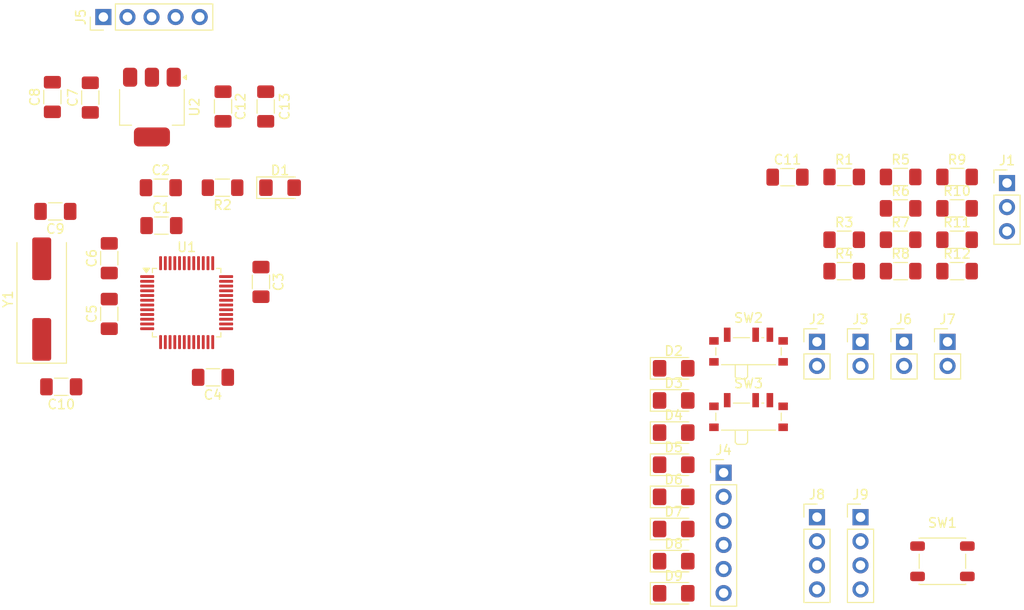
<source format=kicad_pcb>
(kicad_pcb (version 20241229) (generator "pcbnew") (generator_version "9.0")
  (layers (0 "F.Cu" signal) (2 "B.Cu" signal) (13 "F.Paste" user) (15 "B.Paste" user) (5 "F.SilkS" user "F.Silkscreen") (7 "B.SilkS" user "B.Silkscreen") (1 "F.Mask" user) (3 "B.Mask" user) (25 "Edge.Cuts" user))
  (net 0 "")
  (net 1 "+3.3V")
  (net 2 "GND")
  (net 3 "/5V_IN")
  (net 4 "/HSE_IN")
  (net 5 "/HSE_OUT")
  (net 6 "/NRST")
  (net 7 "Net-(SW3-A)")
  (net 8 "Net-(D1-A)")
  (net 9 "/LED0")
  (net 10 "Net-(D2-K)")
  (net 11 "/LED1")
  (net 12 "Net-(D3-K)")
  (net 13 "Net-(D4-K)")
  (net 14 "/LED2")
  (net 15 "Net-(D5-K)")
  (net 16 "/LED3")
  (net 17 "/LED4")
  (net 18 "Net-(D6-K)")
  (net 19 "Net-(D7-K)")
  (net 20 "/LED5")
  (net 21 "Net-(D8-K)")
  (net 22 "/LED6")
  (net 23 "/LED7")
  (net 24 "Net-(D9-K)")
  (net 25 "/PC14")
  (net 26 "/PC15")
  (net 27 "/PC13")
  (net 28 "/MISO")
  (net 29 "/MOSI")
  (net 30 "/CS")
  (net 31 "/CLK")
  (net 32 "/SWDCLK")
  (net 33 "/SWDIO")
  (net 34 "/3.3V_IN")
  (net 35 "/SDA")
  (net 36 "/SCL")
  (net 37 "/TX")
  (net 38 "/RX")
  (net 39 "Net-(SW2-B)")
  (net 40 "/BOOT")
  (footprint "Resistor_SMD:R_1206_3216Metric_Pad1.30x1.75mm_HandSolder" (layer "F.Cu") (at 165.465 85.3)
    (property "Reference" "R8" (at 0 -1.83 0) (layer "F.SilkS"))
    (property "Value" "1.5K")
    (fp_line (start -0.727064 -0.91) (end 0.727064 -0.91) (stroke (width 0.12)) (layer "F.SilkS"))
    (fp_line (start -0.727064 0.91) (end 0.727064 0.91) (stroke (width 0.12)) (layer "F.SilkS"))
    (pad "1" smd roundrect (at -1.55 0) (size 1.3 1.75) (layers "F.Cu" "F.Mask" "F.Paste") (roundrect_rratio 0.192308) (net 15 "Net-(D5-K)"))
    (pad "2" smd roundrect (at 1.55 0) (size 1.3 1.75) (layers "F.Cu" "F.Mask" "F.Paste") (roundrect_rratio 0.192308) (net 2 "GND"))
  )
  (footprint "Resistor_SMD:R_1206_3216Metric_Pad1.30x1.75mm_HandSolder" (layer "F.Cu") (at 165.465 81.99)
    (property "Reference" "R7" (at 0 -1.83 0) (layer "F.SilkS"))
    (property "Value" "1.5K")
    (fp_line (start -0.727064 -0.91) (end 0.727064 -0.91) (stroke (width 0.12)) (layer "F.SilkS"))
    (fp_line (start -0.727064 0.91) (end 0.727064 0.91) (stroke (width 0.12)) (layer "F.SilkS"))
    (pad "1" smd roundrect (at -1.55 0) (size 1.3 1.75) (layers "F.Cu" "F.Mask" "F.Paste") (roundrect_rratio 0.192308) (net 13 "Net-(D4-K)"))
    (pad "2" smd roundrect (at 1.55 0) (size 1.3 1.75) (layers "F.Cu" "F.Mask" "F.Paste") (roundrect_rratio 0.192308) (net 2 "GND"))
  )
  (footprint "Connector_PinHeader_2.54mm:PinHeader_1x04_P2.54mm_Vertical" (layer "F.Cu") (at 156.645 111.25)
    (property "Reference" "J8" (at 0 -2.38 0) (layer "F.SilkS"))
    (property "Value" "I2C2")
    (fp_line (start -1.38 -1.38) (end 0 -1.38) (stroke (width 0.12)) (layer "F.SilkS"))
    (fp_line (start -1.38 0) (end -1.38 -1.38) (stroke (width 0.12)) (layer "F.SilkS"))
    (fp_line (start -1.38 1.27) (end -1.38 9) (stroke (width 0.12)) (layer "F.SilkS"))
    (fp_line (start -1.38 1.27) (end 1.38 1.27) (stroke (width 0.12)) (layer "F.SilkS"))
    (fp_line (start -1.38 9) (end 1.38 9) (stroke (width 0.12)) (layer "F.SilkS"))
    (fp_line (start 1.38 1.27) (end 1.38 9) (stroke (width 0.12)) (layer "F.SilkS"))
    (pad "1" thru_hole rect (at 0 0) (size 1.7 1.7) (drill 1) (layers "*.Cu" "*.Mask") (net 1 "+3.3V"))
    (pad "2" thru_hole circle (at 0 2.54) (size 1.7 1.7) (drill 1) (layers "*.Cu" "*.Mask") (net 36 "/SCL"))
    (pad "3" thru_hole circle (at 0 5.08) (size 1.7 1.7) (drill 1) (layers "*.Cu" "*.Mask") (net 35 "/SDA"))
    (pad "4" thru_hole circle (at 0 7.62) (size 1.7 1.7) (drill 1) (layers "*.Cu" "*.Mask") (net 2 "GND"))
  )
  (footprint "Capacitor_SMD:C_1206_3216Metric_Pad1.33x1.80mm_HandSolder" (layer "F.Cu") (at 82 83.9375 90)
    (property "Reference" "C6" (at 0 -1.85 90) (layer "F.SilkS"))
    (property "Value" "100n")
    (fp_line (start -0.711252 -0.91) (end 0.711252 -0.91) (stroke (width 0.12)) (layer "F.SilkS"))
    (fp_line (start -0.711252 0.91) (end 0.711252 0.91) (stroke (width 0.12)) (layer "F.SilkS"))
    (pad "1" smd roundrect (at -1.5625 0 90) (size 1.325 1.8) (layers "F.Cu" "F.Mask" "F.Paste") (roundrect_rratio 0.188679) (net 1 "+3.3V"))
    (pad "2" smd roundrect (at 1.5625 0 90) (size 1.325 1.8) (layers "F.Cu" "F.Mask" "F.Paste") (roundrect_rratio 0.188679) (net 2 "GND"))
  )
  (footprint "Capacitor_SMD:C_1206_3216Metric_Pad1.33x1.80mm_HandSolder" (layer "F.Cu") (at 87.5 80.5)
    (property "Reference" "C1" (at 0 -1.85 0) (layer "F.SilkS"))
    (property "Value" "100n")
    (fp_line (start -0.711252 -0.91) (end 0.711252 -0.91) (stroke (width 0.12)) (layer "F.SilkS"))
    (fp_line (start -0.711252 0.91) (end 0.711252 0.91) (stroke (width 0.12)) (layer "F.SilkS"))
    (pad "1" smd roundrect (at -1.5625 0) (size 1.325 1.8) (layers "F.Cu" "F.Mask" "F.Paste") (roundrect_rratio 0.188679) (net 1 "+3.3V"))
    (pad "2" smd roundrect (at 1.5625 0) (size 1.325 1.8) (layers "F.Cu" "F.Mask" "F.Paste") (roundrect_rratio 0.188679) (net 2 "GND"))
  )
  (footprint "LED_SMD:LED_1206_3216Metric_Pad1.42x1.75mm_HandSolder" (layer "F.Cu") (at 141.53 109.11)
    (property "Reference" "D6" (at 0 -1.83 0) (layer "F.SilkS"))
    (property "Value" "LED")
    (fp_line (start -2.46 -1.135) (end -2.46 1.135) (stroke (width 0.12)) (layer "F.SilkS"))
    (fp_line (start -2.46 1.135) (end 1.6 1.135) (stroke (width 0.12)) (layer "F.SilkS"))
    (fp_line (start 1.6 -1.135) (end -2.46 -1.135) (stroke (width 0.12)) (layer "F.SilkS"))
    (pad "1" smd roundrect (at -1.4875 0) (size 1.425 1.75) (layers "F.Cu" "F.Mask" "F.Paste") (roundrect_rratio 0.175439) (net 18 "Net-(D6-K)"))
    (pad "2" smd roundrect (at 1.4875 0) (size 1.425 1.75) (layers "F.Cu" "F.Mask" "F.Paste") (roundrect_rratio 0.175439) (net 17 "/LED4"))
  )
  (footprint "Capacitor_SMD:C_1206_3216Metric_Pad1.33x1.80mm_HandSolder" (layer "F.Cu") (at 92.9375 96.5 180)
    (property "Reference" "C4" (at 0 -1.85 0) (layer "F.SilkS"))
    (property "Value" "100n")
    (fp_line (start -0.711252 0.91) (end 0.711252 0.91) (stroke (width 0.12)) (layer "F.SilkS"))
    (fp_line (start -0.711252 -0.91) (end 0.711252 -0.91) (stroke (width 0.12)) (layer "F.SilkS"))
    (pad "1" smd roundrect (at -1.5625 0 180) (size 1.325 1.8) (layers "F.Cu" "F.Mask" "F.Paste") (roundrect_rratio 0.188679) (net 1 "+3.3V"))
    (pad "2" smd roundrect (at 1.5625 0 180) (size 1.325 1.8) (layers "F.Cu" "F.Mask" "F.Paste") (roundrect_rratio 0.188679) (net 2 "GND"))
  )
  (footprint "Resistor_SMD:R_1206_3216Metric_Pad1.30x1.75mm_HandSolder" (layer "F.Cu") (at 171.415 85.3)
    (property "Reference" "R12" (at 0 -1.83 0) (layer "F.SilkS"))
    (property "Value" "1.5K")
    (fp_line (start -0.727064 -0.91) (end 0.727064 -0.91) (stroke (width 0.12)) (layer "F.SilkS"))
    (fp_line (start -0.727064 0.91) (end 0.727064 0.91) (stroke (width 0.12)) (layer "F.SilkS"))
    (pad "1" smd roundrect (at -1.55 0) (size 1.3 1.75) (layers "F.Cu" "F.Mask" "F.Paste") (roundrect_rratio 0.192308) (net 24 "Net-(D9-K)"))
    (pad "2" smd roundrect (at 1.55 0) (size 1.3 1.75) (layers "F.Cu" "F.Mask" "F.Paste") (roundrect_rratio 0.192308) (net 2 "GND"))
  )
  (footprint "LED_SMD:LED_1206_3216Metric_Pad1.42x1.75mm_HandSolder" (layer "F.Cu") (at 141.53 95.55)
    (property "Reference" "D2" (at 0 -1.83 0) (layer "F.SilkS"))
    (property "Value" "LED")
    (fp_line (start -2.46 -1.135) (end -2.46 1.135) (stroke (width 0.12)) (layer "F.SilkS"))
    (fp_line (start -2.46 1.135) (end 1.6 1.135) (stroke (width 0.12)) (layer "F.SilkS"))
    (fp_line (start 1.6 -1.135) (end -2.46 -1.135) (stroke (width 0.12)) (layer "F.SilkS"))
    (pad "1" smd roundrect (at -1.4875 0) (size 1.425 1.75) (layers "F.Cu" "F.Mask" "F.Paste") (roundrect_rratio 0.175439) (net 10 "Net-(D2-K)"))
    (pad "2" smd roundrect (at 1.4875 0) (size 1.425 1.75) (layers "F.Cu" "F.Mask" "F.Paste") (roundrect_rratio 0.175439) (net 9 "/LED0"))
  )
  (footprint "Capacitor_SMD:C_1206_3216Metric_Pad1.33x1.80mm_HandSolder" (layer "F.Cu") (at 98 86.4375 -90)
    (property "Reference" "C3" (at 0 -1.85 90) (layer "F.SilkS"))
    (property "Value" "100n")
    (fp_line (start -0.711252 0.91) (end 0.711252 0.91) (stroke (width 0.12)) (layer "F.SilkS"))
    (fp_line (start -0.711252 -0.91) (end 0.711252 -0.91) (stroke (width 0.12)) (layer "F.SilkS"))
    (pad "1" smd roundrect (at -1.5625 0 270) (size 1.325 1.8) (layers "F.Cu" "F.Mask" "F.Paste") (roundrect_rratio 0.188679) (net 1 "+3.3V"))
    (pad "2" smd roundrect (at 1.5625 0 270) (size 1.325 1.8) (layers "F.Cu" "F.Mask" "F.Paste") (roundrect_rratio 0.188679) (net 2 "GND"))
  )
  (footprint "Button_Switch_SMD:SW_SPDT_PCM12" (layer "F.Cu") (at 149.425 93.44)
    (property "Reference" "SW2" (at 0 -3.2 0) (layer "F.SilkS"))
    (property "Value" "SW_SPDT")
    (fp_line (start -3.45 -0.07) (end -3.45 0.72) (stroke (width 0.12)) (layer "F.SilkS"))
    (fp_line (start -2.85 1.73) (end 2.85 1.73) (stroke (width 0.12)) (layer "F.SilkS"))
    (fp_line (start -1.6 -1.12) (end 0.1 -1.12) (stroke (width 0.12)) (layer "F.SilkS"))
    (fp_line (start -1.4 1.73) (end -1.4 3.02) (stroke (width 0.12)) (layer "F.SilkS"))
    (fp_line (start -1.4 3.02) (end -1.2 3.23) (stroke (width 0.12)) (layer "F.SilkS"))
    (fp_line (start -1.2 3.23) (end -0.3 3.23) (stroke (width 0.12)) (layer "F.SilkS"))
    (fp_line (start -0.1 3.02) (end -0.3 3.23) (stroke (width 0.12)) (layer "F.SilkS"))
    (fp_line (start -0.1 3.02) (end -0.1 1.73) (stroke (width 0.12)) (layer "F.SilkS"))
    (fp_line (start 1.4 -1.12) (end 1.6 -1.12) (stroke (width 0.12)) (layer "F.SilkS"))
    (fp_line (start 3.45 0.72) (end 3.45 -0.07) (stroke (width 0.12)) (layer "F.SilkS"))
    (pad "" smd rect (at -3.65 -0.78) (size 1 0.8) (layers "F.Cu" "F.Mask" "F.Paste"))
    (pad "" smd rect (at -3.65 1.43) (size 1 0.8) (layers "F.Cu" "F.Mask" "F.Paste"))
    (pad "" np_thru_hole circle (at -1.5 0.33) (size 0.9 0.9) (drill 0.9) (layers "*.Cu" "*.Mask"))
    (pad "" np_thru_hole circle (at 1.5 0.33) (size 0.9 0.9) (drill 0.9) (layers "*.Cu" "*.Mask"))
    (pad "" smd rect (at 3.65 -0.78) (size 1 0.8) (layers "F.Cu" "F.Mask" "F.Paste"))
    (pad "" smd rect (at 3.65 1.43) (size 1 0.8) (layers "F.Cu" "F.Mask" "F.Paste"))
    (pad "1" smd rect (at -2.25 -1.43) (size 0.7 1.5) (layers "F.Cu" "F.Mask" "F.Paste") (net 1 "+3.3V"))
    (pad "2" smd rect (at 0.75 -1.43) (size 0.7 1.5) (layers "F.Cu" "F.Mask" "F.Paste") (net 39 "Net-(SW2-B)"))
    (pad "3" smd rect (at 2.25 -1.43) (size 0.7 1.5) (layers "F.Cu" "F.Mask" "F.Paste") (net 2 "GND"))
  )
  (footprint "Connector_PinHeader_2.54mm:PinHeader_1x04_P2.54mm_Vertical" (layer "F.Cu") (at 161.235 111.25)
    (property "Reference" "J9" (at 0 -2.38 0) (layer "F.SilkS"))
    (property "Value" "USART1")
    (fp_line (start -1.38 -1.38) (end 0 -1.38) (stroke (width 0.12)) (layer "F.SilkS"))
    (fp_line (start -1.38 0) (end -1.38 -1.38) (stroke (width 0.12)) (layer "F.SilkS"))
    (fp_line (start -1.38 1.27) (end -1.38 9) (stroke (width 0.12)) (layer "F.SilkS"))
    (fp_line (start -1.38 1.27) (end 1.38 1.27) (stroke (width 0.12)) (layer "F.SilkS"))
    (fp_line (start -1.38 9) (end 1.38 9) (stroke (width 0.12)) (layer "F.SilkS"))
    (fp_line (start 1.38 1.27) (end 1.38 9) (stroke (width 0.12)) (layer "F.SilkS"))
    (pad "1" thru_hole rect (at 0 0) (size 1.7 1.7) (drill 1) (layers "*.Cu" "*.Mask") (net 1 "+3.3V"))
    (pad "2" thru_hole circle (at 0 2.54) (size 1.7 1.7) (drill 1) (layers "*.Cu" "*.Mask") (net 38 "/RX"))
    (pad "3" thru_hole circle (at 0 5.08) (size 1.7 1.7) (drill 1) (layers "*.Cu" "*.Mask") (net 37 "/TX"))
    (pad "4" thru_hole circle (at 0 7.62) (size 1.7 1.7) (drill 1) (layers "*.Cu" "*.Mask") (net 2 "GND"))
  )
  (footprint "LED_SMD:LED_1206_3216Metric_Pad1.42x1.75mm_HandSolder" (layer "F.Cu") (at 141.53 115.89)
    (property "Reference" "D8" (at 0 -1.83 0) (layer "F.SilkS"))
    (property "Value" "LED")
    (fp_line (start -2.46 -1.135) (end -2.46 1.135) (stroke (width 0.12)) (layer "F.SilkS"))
    (fp_line (start -2.46 1.135) (end 1.6 1.135) (stroke (width 0.12)) (layer "F.SilkS"))
    (fp_line (start 1.6 -1.135) (end -2.46 -1.135) (stroke (width 0.12)) (layer "F.SilkS"))
    (pad "1" smd roundrect (at -1.4875 0) (size 1.425 1.75) (layers "F.Cu" "F.Mask" "F.Paste") (roundrect_rratio 0.175439) (net 21 "Net-(D8-K)"))
    (pad "2" smd roundrect (at 1.4875 0) (size 1.425 1.75) (layers "F.Cu" "F.Mask" "F.Paste") (roundrect_rratio 0.175439) (net 22 "/LED6"))
  )
  (footprint "Connector_PinHeader_2.54mm:PinHeader_1x02_P2.54mm_Vertical" (layer "F.Cu") (at 170.415 92.76)
    (property "Reference" "J7" (at 0 -2.38 0) (layer "F.SilkS"))
    (property "Value" "5V Power")
    (fp_line (start -1.38 -1.38) (end 0 -1.38) (stroke (width 0.12)) (layer "F.SilkS"))
    (fp_line (start -1.38 0) (end -1.38 -1.38) (stroke (width 0.12)) (layer "F.SilkS"))
    (fp_line (start -1.38 1.27) (end -1.38 3.92) (stroke (width 0.12)) (layer "F.SilkS"))
    (fp_line (start -1.38 1.27) (end 1.38 1.27) (stroke (width 0.12)) (layer "F.SilkS"))
    (fp_line (start -1.38 3.92) (end 1.38 3.92) (stroke (width 0.12)) (layer "F.SilkS"))
    (fp_line (start 1.38 1.27) (end 1.38 3.92) (stroke (width 0.12)) (layer "F.SilkS"))
    (pad "1" thru_hole rect (at 0 0) (size 1.7 1.7) (drill 1) (layers "*.Cu" "*.Mask") (net 3 "/5V_IN"))
    (pad "2" thru_hole circle (at 0 2.54) (size 1.7 1.7) (drill 1) (layers "*.Cu" "*.Mask") (net 2 "GND"))
  )
  (footprint "LED_SMD:LED_1206_3216Metric_Pad1.42x1.75mm_HandSolder" (layer "F.Cu") (at 100.0125 76.5)
    (property "Reference" "D1" (at 0 -1.83 0) (layer "F.SilkS"))
    (property "Value" "LED")
    (fp_line (start -2.46 -1.135) (end -2.46 1.135) (stroke (width 0.12)) (layer "F.SilkS"))
    (fp_line (start -2.46 1.135) (end 1.6 1.135) (stroke (width 0.12)) (layer "F.SilkS"))
    (fp_line (start 1.6 -1.135) (end -2.46 -1.135) (stroke (width 0.12)) (layer "F.SilkS"))
    (pad "1" smd roundrect (at -1.4875 0) (size 1.425 1.75) (layers "F.Cu" "F.Mask" "F.Paste") (roundrect_rratio 0.175439) (net 2 "GND"))
    (pad "2" smd roundrect (at 1.4875 0) (size 1.425 1.75) (layers "F.Cu" "F.Mask" "F.Paste") (roundrect_rratio 0.175439) (net 8 "Net-(D1-A)"))
  )
  (footprint "LED_SMD:LED_1206_3216Metric_Pad1.42x1.75mm_HandSolder" (layer "F.Cu") (at 141.53 98.94)
    (property "Reference" "D3" (at 0 -1.83 0) (layer "F.SilkS"))
    (property "Value" "LED")
    (fp_line (start -2.46 -1.135) (end -2.46 1.135) (stroke (width 0.12)) (layer "F.SilkS"))
    (fp_line (start -2.46 1.135) (end 1.6 1.135) (stroke (width 0.12)) (layer "F.SilkS"))
    (fp_line (start 1.6 -1.135) (end -2.46 -1.135) (stroke (width 0.12)) (layer "F.SilkS"))
    (pad "1" smd roundrect (at -1.4875 0) (size 1.425 1.75) (layers "F.Cu" "F.Mask" "F.Paste") (roundrect_rratio 0.175439) (net 12 "Net-(D3-K)"))
    (pad "2" smd roundrect (at 1.4875 0) (size 1.425 1.75) (layers "F.Cu" "F.Mask" "F.Paste") (roundrect_rratio 0.175439) (net 11 "/LED1"))
  )
  (footprint "Resistor_SMD:R_1206_3216Metric_Pad1.30x1.75mm_HandSolder" (layer "F.Cu") (at 165.465 75.37)
    (property "Reference" "R5" (at 0 -1.83 0) (layer "F.SilkS"))
    (property "Value" "1.5K")
    (fp_line (start -0.727064 -0.91) (end 0.727064 -0.91) (stroke (width 0.12)) (layer "F.SilkS"))
    (fp_line (start -0.727064 0.91) (end 0.727064 0.91) (stroke (width 0.12)) (layer "F.SilkS"))
    (pad "1" smd roundrect (at -1.55 0) (size 1.3 1.75) (layers "F.Cu" "F.Mask" "F.Paste") (roundrect_rratio 0.192308) (net 10 "Net-(D2-K)"))
    (pad "2" smd roundrect (at 1.55 0) (size 1.3 1.75) (layers "F.Cu" "F.Mask" "F.Paste") (roundrect_rratio 0.192308) (net 2 "GND"))
  )
  (footprint "Package_TO_SOT_SMD:SOT-223-3_TabPin2" (layer "F.Cu") (at 86.5 68 -90)
    (property "Reference" "U2" (at 0 -4.5 90) (layer "F.SilkS"))
    (property "Value" "AMS1117-3.3")
    (fp_line (start -1.85 3.41) (end 1.91 3.41) (stroke (width 0.12)) (layer "F.SilkS"))
    (fp_line (start 1.91 3.41) (end 1.91 2.15) (stroke (width 0.12)) (layer "F.SilkS"))
    (fp_line (start -1.85 -3.41) (end 1.91 -3.41) (stroke (width 0.12)) (layer "F.SilkS"))
    (fp_line (start 1.91 -3.41) (end 1.91 -2.15) (stroke (width 0.12)) (layer "F.SilkS"))
    (fp_poly (pts (xy -3.13 -3.31) (xy -3.37 -3.64) (xy -2.89 -3.64) (xy -3.13 -3.31)) (stroke (width 0.12)) (fill yes) (layer "F.SilkS"))
    (pad "1" smd roundrect (at -3.15 -2.3 270) (size 2 1.5) (layers "F.Cu" "F.Mask" "F.Paste") (net 2 "GND"))
    (pad "2" smd roundrect (at -3.15 0 270) (size 2 1.5) (layers "F.Cu" "F.Mask" "F.Paste") (net 7 "Net-(SW3-A)"))
    (pad "2" smd roundrect (at 3.15 0 270) (size 2 3.8) (layers "F.Cu" "F.Mask" "F.Paste") (net 7 "Net-(SW3-A)"))
    (pad "3" smd roundrect (at -3.15 2.3 270) (size 2 1.5) (layers "F.Cu" "F.Mask" "F.Paste") (net 3 "/5V_IN"))
  )
  (footprint "Capacitor_SMD:C_1206_3216Metric_Pad1.33x1.80mm_HandSolder" (layer "F.Cu") (at 98.5 67.9375 90)
    (property "Reference" "C13" (at 0 2 90) (layer "F.SilkS"))
    (property "Value" "100n")
    (fp_line (start -0.711252 -0.91) (end 0.711252 -0.91) (stroke (width 0.12)) (layer "F.SilkS"))
    (fp_line (start -0.711252 0.91) (end 0.711252 0.91) (stroke (width 0.12)) (layer "F.SilkS"))
    (pad "1" smd roundrect (at -1.5625 0 90) (size 1.325 1.8) (layers "F.Cu" "F.Mask" "F.Paste") (roundrect_rratio 0.188679) (net 7 "Net-(SW3-A)"))
    (pad "2" smd roundrect (at 1.5625 0 90) (size 1.325 1.8) (layers "F.Cu" "F.Mask" "F.Paste") (roundrect_rratio 0.188679) (net 2 "GND"))
  )
  (footprint "Resistor_SMD:R_1206_3216Metric_Pad1.30x1.75mm_HandSolder" (layer "F.Cu") (at 171.415 75.37)
    (property "Reference" "R9" (at 0 -1.83 0) (layer "F.SilkS"))
    (property "Value" "1.5K")
    (fp_line (start -0.727064 -0.91) (end 0.727064 -0.91) (stroke (width 0.12)) (layer "F.SilkS"))
    (fp_line (start -0.727064 0.91) (end 0.727064 0.91) (stroke (width 0.12)) (layer "F.SilkS"))
    (pad "1" smd roundrect (at -1.55 0) (size 1.3 1.75) (layers "F.Cu" "F.Mask" "F.Paste") (roundrect_rratio 0.192308) (net 18 "Net-(D6-K)"))
    (pad "2" smd roundrect (at 1.55 0) (size 1.3 1.75) (layers "F.Cu" "F.Mask" "F.Paste") (roundrect_rratio 0.192308) (net 2 "GND"))
  )
  (footprint "Button_Switch_SMD:SW_SPDT_PCM12" (layer "F.Cu") (at 149.425 100.34)
    (property "Reference" "SW3" (at 0 -3.2 0) (layer "F.SilkS"))
    (property "Value" "SW_SPDT")
    (fp_line (start -3.45 -0.07) (end -3.45 0.72) (stroke (width 0.12)) (layer "F.SilkS"))
    (fp_line (start -2.85 1.73) (end 2.85 1.73) (stroke (width 0.12)) (layer "F.SilkS"))
    (fp_line (start -1.6 -1.12) (end 0.1 -1.12) (stroke (width 0.12)) (layer "F.SilkS"))
    (fp_line (start -1.4 1.73) (end -1.4 3.02) (stroke (width 0.12)) (layer "F.SilkS"))
    (fp_line (start -1.4 3.02) (end -1.2 3.23) (stroke (width 0.12)) (layer "F.SilkS"))
    (fp_line (start -1.2 3.23) (end -0.3 3.23) (stroke (width 0.12)) (layer "F.SilkS"))
    (fp_line (start -0.1 3.02) (end -0.3 3.23) (stroke (width 0.12)) (layer "F.SilkS"))
    (fp_line (start -0.1 3.02) (end -0.1 1.73) (stroke (width 0.12)) (layer "F.SilkS"))
    (fp_line (start 1.4 -1.12) (end 1.6 -1.12) (stroke (width 0.12)) (layer "F.SilkS"))
    (fp_line (start 3.45 0.72) (end 3.45 -0.07) (stroke (width 0.12)) (layer "F.SilkS"))
    (pad "" smd rect (at -3.65 -0.78) (size 1 0.8) (layers "F.Cu" "F.Mask" "F.Paste"))
    (pad "" smd rect (at -3.65 1.43) (size 1 0.8) (layers "F.Cu" "F.Mask" "F.Paste"))
    (pad "" np_thru_hole circle (at -1.5 0.33) (size 0.9 0.9) (drill 0.9) (layers "*.Cu" "*.Mask"))
    (pad "" np_thru_hole circle (at 1.5 0.33) (size 0.9 0.9) (drill 0.9) (layers "*.Cu" "*.Mask"))
    (pad "" smd rect (at 3.65 -0.78) (size 1 0.8) (layers "F.Cu" "F.Mask" "F.Paste"))
    (pad "" smd rect (at 3.65 1.43) (size 1 0.8) (layers "F.Cu" "F.Mask" "F.Paste"))
    (pad "1" smd rect (at -2.25 -1.43) (size 0.7 1.5) (layers "F.Cu" "F.Mask" "F.Paste") (net 7 "Net-(SW3-A)"))
    (pad "2" smd rect (at 0.75 -1.43) (size 0.7 1.5) (layers "F.Cu" "F.Mask" "F.Paste") (net 1 "+3.3V"))
    (pad "3" smd rect (at 2.25 -1.43) (size 0.7 1.5) (layers "F.Cu" "F.Mask" "F.Paste") (net 34 "/3.3V_IN"))
  )
  (footprint "Connector_PinHeader_2.54mm:PinHeader_1x02_P2.54mm_Vertical" (layer "F.Cu") (at 161.235 92.76)
    (property "Reference" "J3" (at 0 -2.38 0) (layer "F.SilkS"))
    (property "Value" "3.3V Power")
    (fp_line (start -1.38 -1.38) (end 0 -1.38) (stroke (width 0.12)) (layer "F.SilkS"))
    (fp_line (start -1.38 0) (end -1.38 -1.38) (stroke (width 0.12)) (layer "F.SilkS"))
    (fp_line (start -1.38 1.27) (end -1.38 3.92) (stroke (width 0.12)) (layer "F.SilkS"))
    (fp_line (start -1.38 1.27) (end 1.38 1.27) (stroke (width 0.12)) (layer "F.SilkS"))
    (fp_line (start -1.38 3.92) (end 1.38 3.92) (stroke (width 0.12)) (layer "F.SilkS"))
    (fp_line (start 1.38 1.27) (end 1.38 3.92) (stroke (width 0.12)) (layer "F.SilkS"))
    (pad "1" thru_hole rect (at 0 0) (size 1.7 1.7) (drill 1) (layers "*.Cu" "*.Mask") (net 1 "+3.3V"))
    (pad "2" thru_hole circle (at 0 2.54) (size 1.7 1.7) (drill 1) (layers "*.Cu" "*.Mask") (net 2 "GND"))
  )
  (footprint "Button_Switch_SMD:SW_SPST_PTS647_Sx38" (layer "F.Cu") (at 169.875 115.9)
    (property "Reference" "SW1" (at 0 -4.05 0) (layer "F.SilkS"))
    (property "Value" "SW_Push")
    (fp_line (start -2.45 -2.45) (end -2.45 -2.4) (stroke (width 0.12)) (layer "F.SilkS"))
    (fp_line (start -2.45 -2.45) (end 2.45 -2.45) (stroke (width 0.12)) (layer "F.SilkS"))
    (fp_line (start -2.45 -0.75) (end -2.45 0.75) (stroke (width 0.12)) (layer "F.SilkS"))
    (fp_line (start -2.45 2.45) (end -2.45 2.4) (stroke (width 0.12)) (layer "F.SilkS"))
    (fp_line (start -2.45 2.45) (end 2.45 2.45) (stroke (width 0.12)) (layer "F.SilkS"))
    (fp_line (start 2.45 -2.45) (end 2.45 -2.4) (stroke (width 0.12)) (layer "F.SilkS"))
    (fp_line (start 2.45 -0.75) (end 2.45 0.75) (stroke (width 0.12)) (layer "F.SilkS"))
    (fp_line (start 2.45 2.45) (end 2.45 2.4) (stroke (width 0.12)) (layer "F.SilkS"))
    (pad "1" smd roundrect (at -2.625 -1.6) (size 1.55 1) (layers "F.Cu" "F.Mask" "F.Paste") (net 2 "GND"))
    (pad "1" smd roundrect (at 2.625 -1.6) (size 1.55 1) (layers "F.Cu" "F.Mask" "F.Paste") (net 2 "GND"))
    (pad "2" smd roundrect (at -2.625 1.6) (size 1.55 1) (layers "F.Cu" "F.Mask" "F.Paste") (net 6 "/NRST"))
    (pad "2" smd roundrect (at 2.625 1.6) (size 1.55 1) (layers "F.Cu" "F.Mask" "F.Paste") (net 6 "/NRST"))
  )
  (footprint "Resistor_SMD:R_1206_3216Metric_Pad1.30x1.75mm_HandSolder" (layer "F.Cu") (at 171.415 78.68)
    (property "Reference" "R10" (at 0 -1.83 0) (layer "F.SilkS"))
    (property "Value" "1.5K")
    (fp_line (start -0.727064 -0.91) (end 0.727064 -0.91) (stroke (width 0.12)) (layer "F.SilkS"))
    (fp_line (start -0.727064 0.91) (end 0.727064 0.91) (stroke (width 0.12)) (layer "F.SilkS"))
    (pad "1" smd roundrect (at -1.55 0) (size 1.3 1.75) (layers "F.Cu" "F.Mask" "F.Paste") (roundrect_rratio 0.192308) (net 19 "Net-(D7-K)"))
    (pad "2" smd roundrect (at 1.55 0) (size 1.3 1.75) (layers "F.Cu" "F.Mask" "F.Paste") (roundrect_rratio 0.192308) (net 2 "GND"))
  )
  (footprint "LED_SMD:LED_1206_3216Metric_Pad1.42x1.75mm_HandSolder" (layer "F.Cu") (at 141.53 102.33)
    (property "Reference" "D4" (at 0 -1.83 0) (layer "F.SilkS"))
    (property "Value" "LED")
    (fp_line (start -2.46 -1.135) (end -2.46 1.135) (stroke (width 0.12)) (layer "F.SilkS"))
    (fp_line (start -2.46 1.135) (end 1.6 1.135) (stroke (width 0.12)) (layer "F.SilkS"))
    (fp_line (start 1.6 -1.135) (end -2.46 -1.135) (stroke (width 0.12)) (layer "F.SilkS"))
    (pad "1" smd roundrect (at -1.4875 0) (size 1.425 1.75) (layers "F.Cu" "F.Mask" "F.Paste") (roundrect_rratio 0.175439) (net 13 "Net-(D4-K)"))
    (pad "2" smd roundrect (at 1.4875 0) (size 1.425 1.75) (layers "F.Cu" "F.Mask" "F.Paste") (roundrect_rratio 0.175439) (net 14 "/LED2"))
  )
  (footprint "Capacitor_SMD:C_1206_3216Metric_Pad1.33x1.80mm_HandSolder" (layer "F.Cu") (at 76 66.9375 90)
    (property "Reference" "C8" (at 0 -1.85 90) (layer "F.SilkS"))
    (property "Value" "10u")
    (fp_line (start -0.711252 -0.91) (end 0.711252 -0.91) (stroke (width 0.12)) (layer "F.SilkS"))
    (fp_line (start -0.711252 0.91) (end 0.711252 0.91) (stroke (width 0.12)) (layer "F.SilkS"))
    (pad "1" smd roundrect (at -1.5625 0 90) (size 1.325 1.8) (layers "F.Cu" "F.Mask" "F.Paste") (roundrect_rratio 0.188679) (net 3 "/5V_IN"))
    (pad "2" smd roundrect (at 1.5625 0 90) (size 1.325 1.8) (layers "F.Cu" "F.Mask" "F.Paste") (roundrect_rratio 0.188679) (net 2 "GND"))
  )
  (footprint "Connector_PinHeader_2.54mm:PinHeader_1x03_P2.54mm_Vertical" (layer "F.Cu") (at 176.685 76.01)
    (property "Reference" "J1" (at 0 -2.38 0) (layer "F.SilkS"))
    (property "Value" "GPIO")
    (fp_line (start -1.38 -1.38) (end 0 -1.38) (stroke (width 0.12)) (layer "F.SilkS"))
    (fp_line (start -1.38 0) (end -1.38 -1.38) (stroke (width 0.12)) (layer "F.SilkS"))
    (fp_line (start -1.38 1.27) (end -1.38 6.46) (stroke (width 0.12)) (layer "F.SilkS"))
    (fp_line (start -1.38 1.27) (end 1.38 1.27) (stroke (width 0.12)) (layer "F.SilkS"))
    (fp_line (start -1.38 6.46) (end 1.38 6.46) (stroke (width 0.12)) (layer "F.SilkS"))
    (fp_line (start 1.38 1.27) (end 1.38 6.46) (stroke (width 0.12)) (layer "F.SilkS"))
    (pad "1" thru_hole rect (at 0 0) (size 1.7 1.7) (drill 1) (layers "*.Cu" "*.Mask") (net 27 "/PC13"))
    (pad "2" thru_hole circle (at 0 2.54) (size 1.7 1.7) (drill 1) (layers "*.Cu" "*.Mask") (net 25 "/PC14"))
    (pad "3" thru_hole circle (at 0 5.08) (size 1.7 1.7) (drill 1) (layers "*.Cu" "*.Mask") (net 26 "/PC15"))
  )
  (footprint "Resistor_SMD:R_1206_3216Metric_Pad1.30x1.75mm_HandSolder" (layer "F.Cu") (at 171.415 81.99)
    (property "Reference" "R11" (at 0 -1.83 0) (layer "F.SilkS"))
    (property "Value" "1.5K")
    (fp_line (start -0.727064 -0.91) (end 0.727064 -0.91) (stroke (width 0.12)) (layer "F.SilkS"))
    (fp_line (start -0.727064 0.91) (end 0.727064 0.91) (stroke (width 0.12)) (layer "F.SilkS"))
    (pad "1" smd roundrect (at -1.55 0) (size 1.3 1.75) (layers "F.Cu" "F.Mask" "F.Paste") (roundrect_rratio 0.192308) (net 21 "Net-(D8-K)"))
    (pad "2" smd roundrect (at 1.55 0) (size 1.3 1.75) (layers "F.Cu" "F.Mask" "F.Paste") (roundrect_rratio 0.192308) (net 2 "GND"))
  )
  (footprint "Resistor_SMD:R_1206_3216Metric_Pad1.30x1.75mm_HandSolder" (layer "F.Cu") (at 165.465 78.68)
    (property "Reference" "R6" (at 0 -1.83 0) (layer "F.SilkS"))
    (property "Value" "1.5K")
    (fp_line (start -0.727064 -0.91) (end 0.727064 -0.91) (stroke (width 0.12)) (layer "F.SilkS"))
    (fp_line (start -0.727064 0.91) (end 0.727064 0.91) (stroke (width 0.12)) (layer "F.SilkS"))
    (pad "1" smd roundrect (at -1.55 0) (size 1.3 1.75) (layers "F.Cu" "F.Mask" "F.Paste") (roundrect_rratio 0.192308) (net 12 "Net-(D3-K)"))
    (pad "2" smd roundrect (at 1.55 0) (size 1.3 1.75) (layers "F.Cu" "F.Mask" "F.Paste") (roundrect_rratio 0.192308) (net 2 "GND"))
  )
  (footprint "Resistor_SMD:R_1206_3216Metric_Pad1.30x1.75mm_HandSolder" (layer "F.Cu") (at 159.515 81.99)
    (property "Reference" "R3" (at 0 -1.83 0) (layer "F.SilkS"))
    (property "Value" "R")
    (fp_line (start -0.727064 -0.91) (end 0.727064 -0.91) (stroke (width 0.12)) (layer "F.SilkS"))
    (fp_line (start -0.727064 0.91) (end 0.727064 0.91) (stroke (width 0.12)) (layer "F.SilkS"))
    (pad "1" smd roundrect (at -1.55 0) (size 1.3 1.75) (layers "F.Cu" "F.Mask" "F.Paste") (roundrect_rratio 0.192308) (net 1 "+3.3V"))
    (pad "2" smd roundrect (at 1.55 0) (size 1.3 1.75) (layers "F.Cu" "F.Mask" "F.Paste") (roundrect_rratio 0.192308) (net 36 "/SCL"))
  )
  (footprint "LED_SMD:LED_1206_3216Metric_Pad1.42x1.75mm_HandSolder" (layer "F.Cu") (at 141.53 105.72)
    (property "Reference" "D5" (at 0 -1.83 0) (layer "F.SilkS"))
    (property "Value" "LED")
    (fp_line (start -2.46 -1.135) (end -2.46 1.135) (stroke (width 0.12)) (layer "F.SilkS"))
    (fp_line (start -2.46 1.135) (end 1.6 1.135) (stroke (width 0.12)) (layer "F.SilkS"))
    (fp_line (start 1.6 -1.135) (end -2.46 -1.135) (stroke (width 0.12)) (layer "F.SilkS"))
    (pad "1" smd roundrect (at -1.4875 0) (size 1.425 1.75) (layers "F.Cu" "F.Mask" "F.Paste") (roundrect_rratio 0.175439) (net 15 "Net-(D5-K)"))
    (pad "2" smd roundrect (at 1.4875 0) (size 1.425 1.75) (layers "F.Cu" "F.Mask" "F.Paste") (roundrect_rratio 0.175439) (net 16 "/LED3"))
  )
  (footprint "Resistor_SMD:R_1206_3216Metric_Pad1.30x1.75mm_HandSolder" (layer "F.Cu") (at 93.95 76.5 180)
    (property "Reference" "R2" (at 0 -1.83 0) (layer "F.SilkS"))
    (property "Value" "1.5K")
    (fp_line (start -0.727064 0.91) (end 0.727064 0.91) (stroke (width 0.12)) (layer "F.SilkS"))
    (fp_line (start -0.727064 -0.91) (end 0.727064 -0.91) (stroke (width 0.12)) (layer "F.SilkS"))
    (pad "1" smd roundrect (at -1.55 0 180) (size 1.3 1.75) (layers "F.Cu" "F.Mask" "F.Paste") (roundrect_rratio 0.192308) (net 8 "Net-(D1-A)"))
    (pad "2" smd roundrect (at 1.55 0 180) (size 1.3 1.75) (layers "F.Cu" "F.Mask" "F.Paste") (roundrect_rratio 0.192308) (net 1 "+3.3V"))
  )
  (footprint "Connector_PinHeader_2.54mm:PinHeader_1x06_P2.54mm_Vertical" (layer "F.Cu") (at 146.795 106.56)
    (property "Reference" "J4" (at 0 -2.38 0) (layer "F.SilkS"))
    (property "Value" "SPI2")
    (fp_line (start -1.38 -1.38) (end 0 -1.38) (stroke (width 0.12)) (layer "F.SilkS"))
    (fp_line (start -1.38 0) (end -1.38 -1.38) (stroke (width 0.12)) (layer "F.SilkS"))
    (fp_line (start -1.38 1.27) (end -1.38 14.08) (stroke (width 0.12)) (layer "F.SilkS"))
    (fp_line (start -1.38 1.27) (end 1.38 1.27) (stroke (width 0.12)) (layer "F.SilkS"))
    (fp_line (start -1.38 14.08) (end 1.38 14.08) (stroke (width 0.12)) (layer "F.SilkS"))
    (fp_line (start 1.38 1.27) (end 1.38 14.08) (stroke (width 0.12)) (layer "F.SilkS"))
    (pad "1" thru_hole rect (at 0 0) (size 1.7 1.7) (drill 1) (layers "*.Cu" "*.Mask") (net 1 "+3.3V"))
    (pad "2" thru_hole circle (at 0 2.54) (size 1.7 1.7) (drill 1) (layers "*.Cu" "*.Mask") (net 28 "/MISO"))
    (pad "3" thru_hole circle (at 0 5.08) (size 1.7 1.7) (drill 1) (layers "*.Cu" "*.Mask") (net 29 "/MOSI"))
    (pad "4" thru_hole circle (at 0 7.62) (size 1.7 1.7) (drill 1) (layers "*.Cu" "*.Mask") (net 31 "/CLK"))
    (pad "5" thru_hole circle (at 0 10.16) (size 1.7 1.7) (drill 1) (layers "*.Cu" "*.Mask") (net 30 "/CS"))
    (pad "6" thru_hole circle (at 0 12.7) (size 1.7 1.7) (drill 1) (layers "*.Cu" "*.Mask") (net 2 "GND"))
  )
  (footprint "Capacitor_SMD:C_1206_3216Metric_Pad1.33x1.80mm_HandSolder" (layer "F.Cu") (at 80 67 90)
    (property "Reference" "C7" (at 0 -1.85 90) (layer "F.SilkS"))
    (property "Value" "100n")
    (fp_line (start -0.711252 -0.91) (end 0.711252 -0.91) (stroke (width 0.12)) (layer "F.SilkS"))
    (fp_line (start -0.711252 0.91) (end 0.711252 0.91) (stroke (width 0.12)) (layer "F.SilkS"))
    (pad "1" smd roundrect (at -1.5625 0 90) (size 1.325 1.8) (layers "F.Cu" "F.Mask" "F.Paste") (roundrect_rratio 0.188679) (net 3 "/5V_IN"))
    (pad "2" smd roundrect (at 1.5625 0 90) (size 1.325 1.8) (layers "F.Cu" "F.Mask" "F.Paste") (roundrect_rratio 0.188679) (net 2 "GND"))
  )
  (footprint "Crystal:Crystal_SMD_HC49-SD" (layer "F.Cu") (at 74.875 88.25 90)
    (property "Reference" "Y1" (at 0 -3.55 90) (layer "F.SilkS"))
    (property "Value" "8MHz")
    (fp_line (start 5.96 -2.61) (end -6.76 -2.61) (stroke (width 0.12)) (layer "F.SilkS"))
    (fp_line (start -6.76 -2.61) (end -6.76 2.61) (stroke (width 0.12)) (layer "F.SilkS"))
    (fp_line (start -6.76 2.61) (end 5.96 2.61) (stroke (width 0.12)) (layer "F.SilkS"))
    (pad "1" smd roundrect (at -4.25 0 90) (size 4.5 2) (layers "F.Cu" "F.Mask" "F.Paste") (roundrect_rratio 0.125) (net 5 "/HSE_OUT"))
    (pad "2" smd roundrect (at 4.25 0 90) (size 4.5 2) (layers "F.Cu" "F.Mask" "F.Paste") (roundrect_rratio 0.125) (net 4 "/HSE_IN"))
  )
  (footprint "Connector_PinHeader_2.54mm:PinHeader_1x02_P2.54mm_Vertical" (layer "F.Cu") (at 165.825 92.76)
    (property "Reference" "J6" (at 0 -2.38 0) (layer "F.SilkS"))
    (property "Value" "5V Power")
    (fp_line (start -1.38 -1.38) (end 0 -1.38) (stroke (width 0.12)) (layer "F.SilkS"))
    (fp_line (start -1.38 0) (end -1.38 -1.38) (stroke (width 0.12)) (layer "F.SilkS"))
    (fp_line (start -1.38 1.27) (end -1.38 3.92) (stroke (width 0.12)) (layer "F.SilkS"))
    (fp_line (start -1.38 1.27) (end 1.38 1.27) (stroke (width 0.12)) (layer "F.SilkS"))
    (fp_line (start -1.38 3.92) (end 1.38 3.92) (stroke (width 0.12)) (layer "F.SilkS"))
    (fp_line (start 1.38 1.27) (end 1.38 3.92) (stroke (width 0.12)) (layer "F.SilkS"))
    (pad "1" thru_hole rect (at 0 0) (size 1.7 1.7) (drill 1) (layers "*.Cu" "*.Mask") (net 3 "/5V_IN"))
    (pad "2" thru_hole circle (at 0 2.54) (size 1.7 1.7) (drill 1) (layers "*.Cu" "*.Mask") (net 2 "GND"))
  )
  (footprint "LED_SMD:LED_1206_3216Metric_Pad1.42x1.75mm_HandSolder" (layer "F.Cu") (at 141.53 112.5)
    (property "Reference" "D7" (at 0 -1.83 0) (layer "F.SilkS"))
    (property "Value" "LED")
    (fp_line (start -2.46 -1.135) (end -2.46 1.135) (stroke (width 0.12)) (layer "F.SilkS"))
    (fp_line (start -2.46 1.135) (end 1.6 1.135) (stroke (width 0.12)) (layer "F.SilkS"))
    (fp_line (start 1.6 -1.135) (end -2.46 -1.135) (stroke (width 0.12)) (layer "F.SilkS"))
    (pad "1" smd roundrect (at -1.4875 0) (size 1.425 1.75) (layers "F.Cu" "F.Mask" "F.Paste") (roundrect_rratio 0.175439) (net 19 "Net-(D7-K)"))
    (pad "2" smd roundrect (at 1.4875 0) (size 1.425 1.75) (layers "F.Cu" "F.Mask" "F.Paste") (roundrect_rratio 0.175439) (net 20 "/LED5"))
  )
  (footprint "LED_SMD:LED_1206_3216Metric_Pad1.42x1.75mm_HandSolder" (layer "F.Cu") (at 141.53 119.28)
    (property "Reference" "D9" (at 0 -1.83 0) (layer "F.SilkS"))
    (property "Value" "LED")
    (fp_line (start -2.46 -1.135) (end -2.46 1.135) (stroke (width 0.12)) (layer "F.SilkS"))
    (fp_line (start -2.46 1.135) (end 1.6 1.135) (stroke (width 0.12)) (layer "F.SilkS"))
    (fp_line (start 1.6 -1.135) (end -2.46 -1.135) (stroke (width 0.12)) (layer "F.SilkS"))
    (pad "1" smd roundrect (at -1.4875 0) (size 1.425 1.75) (layers "F.Cu" "F.Mask" "F.Paste") (roundrect_rratio 0.175439) (net 24 "Net-(D9-K)"))
    (pad "2" smd roundrect (at 1.4875 0) (size 1.425 1.75) (layers "F.Cu" "F.Mask" "F.Paste") (roundrect_rratio 0.175439) (net 23 "/LED7"))
  )
  (footprint "Capacitor_SMD:C_1206_3216Metric_Pad1.33x1.80mm_HandSolder" (layer "F.Cu") (at 153.535 75.39)
    (property "Reference" "C11" (at 0 -1.85 0) (layer "F.SilkS"))
    (property "Value" "100n")
    (fp_line (start -0.711252 -0.91) (end 0.711252 -0.91) (stroke (width 0.12)) (layer "F.SilkS"))
    (fp_line (start -0.711252 0.91) (end 0.711252 0.91) (stroke (width 0.12)) (layer "F.SilkS"))
    (pad "1" smd roundrect (at -1.5625 0) (size 1.325 1.8) (layers "F.Cu" "F.Mask" "F.Paste") (roundrect_rratio 0.188679) (net 2 "GND"))
    (pad "2" smd roundrect (at 1.5625 0) (size 1.325 1.8) (layers "F.Cu" "F.Mask" "F.Paste") (roundrect_rratio 0.188679) (net 6 "/NRST"))
  )
  (footprint "Capacitor_SMD:C_1206_3216Metric_Pad1.33x1.80mm_HandSolder" (layer "F.Cu") (at 76.3125 79 180)
    (property "Reference" "C9" (at 0 -1.85 0) (layer "F.SilkS"))
    (property "Value" "33p")
    (fp_line (start -0.711252 0.91) (end 0.711252 0.91) (stroke (width 0.12)) (layer "F.SilkS"))
    (fp_line (start -0.711252 -0.91) (end 0.711252 -0.91) (stroke (width 0.12)) (layer "F.SilkS"))
    (pad "1" smd roundrect (at -1.5625 0 180) (size 1.325 1.8) (layers "F.Cu" "F.Mask" "F.Paste") (roundrect_rratio 0.188679) (net 2 "GND"))
    (pad "2" smd roundrect (at 1.5625 0 180) (size 1.325 1.8) (layers "F.Cu" "F.Mask" "F.Paste") (roundrect_rratio 0.188679) (net 4 "/HSE_IN"))
  )
  (footprint "Package_QFP:LQFP-48_7x7mm_P0.5mm" (layer "F.Cu") (at 90.1625 88.625)
    (property "Reference" "U1" (at 0 -5.85 0) (layer "F.SilkS"))
    (property "Value" "STM32F103C8T6")
    (fp_line (start -3.61 -3.61) (end -3.16 -3.61) (stroke (width 0.12)) (layer "F.SilkS"))
    (fp_line (start -3.61 -3.16) (end -3.61 -3.61) (stroke (width 0.12)) (layer "F.SilkS"))
    (fp_line (start -3.61 3.61) (end -3.61 3.16) (stroke (width 0.12)) (layer "F.SilkS"))
    (fp_line (start -3.16 3.61) (end -3.61 3.61) (stroke (width 0.12)) (layer "F.SilkS"))
    (fp_line (start 3.16 -3.61) (end 3.61 -3.61) (stroke (width 0.12)) (layer "F.SilkS"))
    (fp_line (start 3.61 -3.61) (end 3.61 -3.16) (stroke (width 0.12)) (layer "F.SilkS"))
    (fp_line (start 3.61 3.16) (end 3.61 3.61) (stroke (width 0.12)) (layer "F.SilkS"))
    (fp_line (start 3.61 3.61) (end 3.16 3.61) (stroke (width 0.12)) (layer "F.SilkS"))
    (fp_poly (pts (xy -4.25 -3.16) (xy -4.59 -3.63) (xy -3.91 -3.63)) (stroke (width 0.12)) (fill yes) (layer "F.SilkS"))
    (pad "1" smd roundrect (at -4.1625 -2.75) (size 1.475 0.3) (layers "F.Cu" "F.Mask" "F.Paste") (net 1 "+3.3V"))
    (pad "2" smd roundrect (at -4.1625 -2.25) (size 1.475 0.3) (layers "F.Cu" "F.Mask" "F.Paste") (net 27 "/PC13"))
    (pad "3" smd roundrect (at -4.1625 -1.75) (size 1.475 0.3) (layers "F.Cu" "F.Mask" "F.Paste") (net 25 "/PC14"))
    (pad "4" smd roundrect (at -4.1625 -1.25) (size 1.475 0.3) (layers "F.Cu" "F.Mask" "F.Paste") (net 26 "/PC15"))
    (pad "5" smd roundrect (at -4.1625 -0.75) (size 1.475 0.3) (layers "F.Cu" "F.Mask" "F.Paste") (net 4 "/HSE_IN"))
    (pad "6" smd roundrect (at -4.1625 -0.25) (size 1.475 0.3) (layers "F.Cu" "F.Mask" "F.Paste") (net 5 "/HSE_OUT"))
    (pad "7" smd roundrect (at -4.1625 0.25) (size 1.475 0.3) (layers "F.Cu" "F.Mask" "F.Paste") (net 6 "/NRST"))
    (pad "8" smd roundrect (at -4.1625 0.75) (size 1.475 0.3) (layers "F.Cu" "F.Mask" "F.Paste") (net 2 "GND"))
    (pad "9" smd roundrect (at -4.1625 1.25) (size 1.475 0.3) (layers "F.Cu" "F.Mask" "F.Paste") (net 1 "+3.3V"))
    (pad "10" smd roundrect (at -4.1625 1.75) (size 1.475 0.3) (layers "F.Cu" "F.Mask" "F.Paste") (net 9 "/LED0"))
    (pad "11" smd roundrect (at -4.1625 2.25) (size 1.475 0.3) (layers "F.Cu" "F.Mask" "F.Paste") (net 11 "/LED1"))
    (pad "12" smd roundrect (at -4.1625 2.75) (size 1.475 0.3) (layers "F.Cu" "F.Mask" "F.Paste") (net 14 "/LED2"))
    (pad "13" smd roundrect (at -2.75 4.1625) (size 0.3 1.475) (layers "F.Cu" "F.Mask" "F.Paste") (net 16 "/LED3"))
    (pad "14" smd roundrect (at -2.25 4.1625) (size 0.3 1.475) (layers "F.Cu" "F.Mask" "F.Paste") (net 17 "/LED4"))
    (pad "15" smd roundrect (at -1.75 4.1625) (size 0.3 1.475) (layers "F.Cu" "F.Mask" "F.Paste") (net 20 "/LED5"))
    (pad "16" smd roundrect (at -1.25 4.1625) (size 0.3 1.475) (layers "F.Cu" "F.Mask" "F.Paste") (net 22 "/LED6"))
    (pad "17" smd roundrect (at -0.75 4.1625) (size 0.3 1.475) (layers "F.Cu" "F.Mask" "F.Paste") (net 23 "/LED7"))
    (pad "18" smd roundrect (at -0.25 4.1625) (size 0.3 1.475) (layers "F.Cu" "F.Mask" "F.Paste"))
    (pad "19" smd roundrect (at 0.25 4.1625) (size 0.3 1.475) (layers "F.Cu" "F.Mask" "F.Paste"))
    (pad "20" smd roundrect (at 0.75 4.1625) (size 0.3 1.475) (layers "F.Cu" "F.Mask" "F.Paste"))
    (pad "21" smd roundrect (at 1.25 4.1625) (size 0.3 1.475) (layers "F.Cu" "F.Mask" "F.Paste") (net 36 "/SCL"))
    (pad "22" smd roundrect (at 1.75 4.1625) (size 0.3 1.475) (layers "F.Cu" "F.Mask" "F.Paste") (net 35 "/SDA"))
    (pad "23" smd roundrect (at 2.25 4.1625) (size 0.3 1.475) (layers "F.Cu" "F.Mask" "F.Paste") (net 2 "GND"))
    (pad "24" smd roundrect (at 2.75 4.1625) (size 0.3 1.475) (layers "F.Cu" "F.Mask" "F.Paste") (net 1 "+3.3V"))
    (pad "25" smd roundrect (at 4.1625 2.75) (size 1.475 0.3) (layers "F.Cu" "F.Mask" "F.Paste") (net 30 "/CS"))
    (pad "26" smd roundrect (at 4.1625 2.25) (size 1.475 0.3) (layers "F.Cu" "F.Mask" "F.Paste") (net 31 "/CLK"))
    (pad "27" smd roundrect (at 4.1625 1.75) (size 1.475 0.3) (layers "F.Cu" "F.Mask" "F.Paste") (net 28 "/MISO"))
    (pad "28" smd roundrect (at 4.1625 1.25) (size 1.475 0.3) (layers "F.Cu" "F.Mask" "F.Paste") (net 29 "/MOSI"))
    (pad "29" smd roundrect (at 4.1625 0.75) (size 1.475 0.3) (layers "F.Cu" "F.Mask" "F.Paste"))
    (pad "30" smd roundrect (at 4.1625 0.25) (size 1.475 0.3) (layers "F.Cu" "F.Mask" "F.Paste"))
    (pad "31" smd roundrect (at 4.1625 -0.25) (size 1.475 0.3) (layers "F.Cu" "F.Mask" "F.Paste"))
    (pad "32" smd roundrect (at 4.1625 -0.75) (size 1.475 0.3) (layers "F.Cu" "F.Mask" "F.Paste"))
    (pad "33" smd roundrect (at 4.1625 -1.25) (size 1.475 0.3) (layers "F.Cu" "F.Mask" "F.Paste"))
    (pad "34" smd roundrect (at 4.1625 -1.75) (size 1.475 0.3) (layers "F.Cu" "F.Mask" "F.Paste"))
    (pad "35" smd roundrect (at 4.1625 -2.25) (size 1.475 0.3) (layers "F.Cu" "F.Mask" "F.Paste") (net 2 "GND"))
    (pad "36" smd roundrect (at 4.1625 -2.75) (size 1.475 0.3) (layers "F.Cu" "F.Mask" "F.Paste") (net 1 "+3.3V"))
    (pad "37" smd roundrect (at 2.75 -4.1625) (size 0.3 1.475) (layers "F.Cu" "F.Mask" "F.Paste") (net 33 "/SWDIO"))
    (pad "38" smd roundrect (at 2.25 -4.1625) (size 0.3 1.475) (layers "F.Cu" "F.Mask" "F.Paste") (net 32 "/SWDCLK"))
    (pad "39" smd roundrect (at 1.75 -4.1625) (size 0.3 1.475) (layers "F.Cu" "F.Mask" "F.Paste"))
    (pad "40" smd roundrect (at 1.25 -4.1625) (size 0.3 1.475) (layers "F.Cu" "F.Mask" "F.Paste"))
    (pad "41" smd roundrect (at 0.75 -4.1625) (size 0.3 1.475) (layers "F.Cu" "F.Mask" "F.Paste"))
    (pad "42" smd roundrect (at 0.25 -4.1625) (size 0.3 1.475) (layers "F.Cu" "F.Mask" "F.Paste") (net 37 "/TX"))
    (pad "43" smd roundrect (at -0.25 -4.1625) (size 0.3 1.475) (layers "F.Cu" "F.Mask" "F.Paste") (net 38 "/RX"))
    (pad "44" smd roundrect (at -0.75 -4.1625) (size 0.3 1.475) (layers "F.Cu" "F.Mask" "F.Paste") (net 40 "/BOOT"))
    (pad "45" smd roundrect (at -1.25 -4.1625) (size 0.3 1.475) (layers "F.Cu" "F.Mask" "F.Paste"))
    (pad "46" smd roundrect (at -1.75 -4.1625) (size 0.3 1.475) (layers "F.Cu" "F.Mask" "F.Paste"))
    (pad "47" smd roundrect (at -2.25 -4.1625) (size 0.3 1.475) (layers "F.Cu" "F.Mask" "F.Paste") (net 2 "GND"))
    (pad "48" smd roundrect (at -2.75 -4.1625) (size 0.3 1.475) (layers "F.Cu" "F.Mask" "F.Paste") (net 1 "+3.3V"))
  )
  (footprint "Capacitor_SMD:C_1206_3216Metric_Pad1.33x1.80mm_HandSolder" (layer "F.Cu") (at 82 89.8125 90)
    (property "Reference" "C5" (at 0 -1.85 90) (layer "F.SilkS"))
    (property "Value" "100n")
    (fp_line (start -0.711252 -0.91) (end 0.711252 -0.91) (stroke (width 0.12)) (layer "F.SilkS"))
    (fp_line (start -0.711252 0.91) (end 0.711252 0.91) (stroke (width 0.12)) (layer "F.SilkS"))
    (pad "1" smd roundrect (at -1.5625 0 90) (size 1.325 1.8) (layers "F.Cu" "F.Mask" "F.Paste") (roundrect_rratio 0.188679) (net 1 "+3.3V"))
    (pad "2" smd roundrect (at 1.5625 0 90) (size 1.325 1.8) (layers "F.Cu" "F.Mask" "F.Paste") (roundrect_rratio 0.188679) (net 2 "GND"))
  )
  (footprint "Capacitor_SMD:C_1206_3216Metric_Pad1.33x1.80mm_HandSolder" (layer "F.Cu") (at 87.4375 76.5)
    (property "Reference" "C2" (at 0 -1.85 0) (layer "F.SilkS"))
    (property "Value" "10u")
    (fp_line (start -0.711252 -0.91) (end 0.711252 -0.91) (stroke (width 0.12)) (layer "F.SilkS"))
    (fp_line (start -0.711252 0.91) (end 0.711252 0.91) (stroke (width 0.12)) (layer "F.SilkS"))
    (pad "1" smd roundrect (at -1.5625 0) (size 1.325 1.8) (layers "F.Cu" "F.Mask" "F.Paste") (roundrect_rratio 0.188679) (net 1 "+3.3V"))
    (pad "2" smd roundrect (at 1.5625 0) (size 1.325 1.8) (layers "F.Cu" "F.Mask" "F.Paste") (roundrect_rratio 0.188679) (net 2 "GND"))
  )
  (footprint "Connector_PinHeader_2.54mm:PinHeader_1x05_P2.54mm_Vertical" (layer "F.Cu") (at 81.38 58.5 90)
    (property "Reference" "J5" (at 0 -2.38 90) (layer "F.SilkS"))
    (property "Value" "SWD")
    (fp_line (start -1.38 -1.38) (end 0 -1.38) (stroke (width 0.12)) (layer "F.SilkS"))
    (fp_line (start -1.38 0) (end -1.38 -1.38) (stroke (width 0.12)) (layer "F.SilkS"))
    (fp_line (start 1.38 1.27) (end 1.38 11.54) (stroke (width 0.12)) (layer "F.SilkS"))
    (fp_line (start -1.38 1.27) (end 1.38 1.27) (stroke (width 0.12)) (layer "F.SilkS"))
    (fp_line (start -1.38 1.27) (end -1.38 11.54) (stroke (width 0.12)) (layer "F.SilkS"))
    (fp_line (start -1.38 11.54) (end 1.38 11.54) (stroke (width 0.12)) (layer "F.SilkS"))
    (pad "1" thru_hole rect (at 0 0 90) (size 1.7 1.7) (drill 1) (layers "*.Cu" "*.Mask") (net 3 "/5V_IN"))
    (pad "2" thru_hole circle (at 0 2.54 90) (size 1.7 1.7) (drill 1) (layers "*.Cu" "*.Mask") (net 34 "/3.3V_IN"))
    (pad "3" thru_hole circle (at 0 5.08 90) (size 1.7 1.7) (drill 1) (layers "*.Cu" "*.Mask") (net 33 "/SWDIO"))
    (pad "4" thru_hole circle (at 0 7.62 90) (size 1.7 1.7) (drill 1) (layers "*.Cu" "*.Mask") (net 32 "/SWDCLK"))
    (pad "5" thru_hole circle (at 0 10.16 90) (size 1.7 1.7) (drill 1) (layers "*.Cu" "*.Mask") (net 2 "GND"))
  )
  (footprint "Capacitor_SMD:C_1206_3216Metric_Pad1.33x1.80mm_HandSolder" (layer "F.Cu") (at 76.9375 97.5 180)
    (property "Reference" "C10" (at 0 -1.85 0) (layer "F.SilkS"))
    (property "Value" "33p")
    (fp_line (start -0.711252 0.91) (end 0.711252 0.91) (stroke (width 0.12)) (layer "F.SilkS"))
    (fp_line (start -0.711252 -0.91) (end 0.711252 -0.91) (stroke (width 0.12)) (layer "F.SilkS"))
    (pad "1" smd roundrect (at -1.5625 0 180) (size 1.325 1.8) (layers "F.Cu" "F.Mask" "F.Paste") (roundrect_rratio 0.188679) (net 2 "GND"))
    (pad "2" smd roundrect (at 1.5625 0 180) (size 1.325 1.8) (layers "F.Cu" "F.Mask" "F.Paste") (roundrect_rratio 0.188679) (net 5 "/HSE_OUT"))
  )
  (footprint "Connector_PinHeader_2.54mm:PinHeader_1x02_P2.54mm_Vertical" (layer "F.Cu") (at 156.645 92.76)
    (property "Reference" "J2" (at 0 -2.38 0) (layer "F.SilkS"))
    (property "Value" "3.3V Power")
    (fp_line (start -1.38 -1.38) (end 0 -1.38) (stroke (width 0.12)) (layer "F.SilkS"))
    (fp_line (start -1.38 0) (end -1.38 -1.38) (stroke (width 0.12)) (layer "F.SilkS"))
    (fp_line (start -1.38 1.27) (end -1.38 3.92) (stroke (width 0.12)) (layer "F.SilkS"))
    (fp_line (start -1.38 1.27) (end 1.38 1.27) (stroke (width 0.12)) (layer "F.SilkS"))
    (fp_line (start -1.38 3.92) (end 1.38 3.92) (stroke (width 0.12)) (layer "F.SilkS"))
    (fp_line (start 1.38 1.27) (end 1.38 3.92) (stroke (width 0.12)) (layer "F.SilkS"))
    (pad "1" thru_hole rect (at 0 0) (size 1.7 1.7) (drill 1) (layers "*.Cu" "*.Mask") (net 1 "+3.3V"))
    (pad "2" thru_hole circle (at 0 2.54) (size 1.7 1.7) (drill 1) (layers "*.Cu" "*.Mask") (net 2 "GND"))
  )
  (footprint "Resistor_SMD:R_1206_3216Metric_Pad1.30x1.75mm_HandSolder" (layer "F.Cu") (at 159.515 75.37)
    (property "Reference" "R1" (at 0 -1.83 0) (layer "F.SilkS"))
    (property "Value" "10k")
    (fp_line (start -0.727064 -0.91) (end 0.727064 -0.91) (stroke (width 0.12)) (layer "F.SilkS"))
    (fp_line (start -0.727064 0.91) (end 0.727064 0.91) (stroke (width 0.12)) (layer "F.SilkS"))
    (pad "1" smd roundrect (at -1.55 0) (size 1.3 1.75) (layers "F.Cu" "F.Mask" "F.Paste") (roundrect_rratio 0.192308) (net 39 "Net-(SW2-B)"))
    (pad "2" smd roundrect (at 1.55 0) (size 1.3 1.75) (layers "F.Cu" "F.Mask" "F.Paste") (roundrect_rratio 0.192308) (net 40 "/BOOT"))
  )
  (footprint "Resistor_SMD:R_1206_3216Metric_Pad1.30x1.75mm_HandSolder" (layer "F.Cu") (at 159.515 85.3)
    (property "Reference" "R4" (at 0 -1.83 0) (layer "F.SilkS"))
    (property "Value" "R")
    (fp_line (start -0.727064 -0.91) (end 0.727064 -0.91) (stroke (width 0.12)) (layer "F.SilkS"))
    (fp_line (start -0.727064 0.91) (end 0.727064 0.91) (stroke (width 0.12)) (layer "F.SilkS"))
    (pad "1" smd roundrect (at -1.55 0) (size 1.3 1.75) (layers "F.Cu" "F.Mask" "F.Paste") (roundrect_rratio 0.192308) (net 1 "+3.3V"))
    (pad "2" smd roundrect (at 1.55 0) (size 1.3 1.75) (layers "F.Cu" "F.Mask" "F.Paste") (roundrect_rratio 0.192308) (net 35 "/SDA"))
  )
  (footprint "Capacitor_SMD:C_1206_3216Metric_Pad1.33x1.80mm_HandSolder" (layer "F.Cu") (at 94 67.9375 -90)
    (property "Reference" "C12" (at 0 -1.85 90) (layer "F.SilkS"))
    (property "Value" "10u")
    (fp_line (start -0.711252 0.91) (end 0.711252 0.91) (stroke (width 0.12)) (layer "F.SilkS"))
    (fp_line (start -0.711252 -0.91) (end 0.711252 -0.91) (stroke (width 0.12)) (layer "F.SilkS"))
    (pad "1" smd roundrect (at -1.5625 0 270) (size 1.325 1.8) (layers "F.Cu" "F.Mask" "F.Paste") (roundrect_rratio 0.188679) (net 7 "Net-(SW3-A)"))
    (pad "2" smd roundrect (at 1.5625 0 270) (size 1.325 1.8) (layers "F.Cu" "F.Mask" "F.Paste") (roundrect_rratio 0.188679) (net 2 "GND"))
  )
)
</source>
